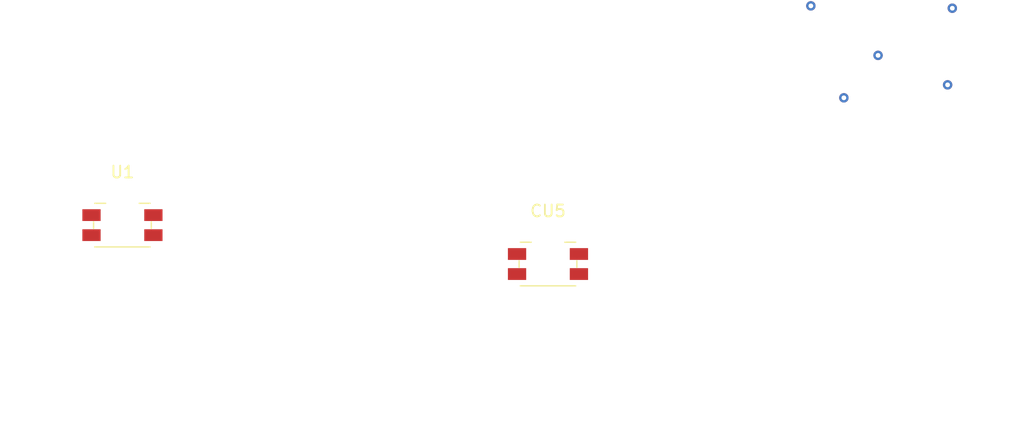
<source format=kicad_pcb>
(kicad_pcb (version 20211014) (generator pcbnew)
  (layers (0 "F.Cu" signal) (31 "B.Cu" signal) (34 "B.Paste" user) (35 "F.Paste" user) (36 "B.SilkS" user "B.Silkscreen") (37 "F.SilkS" user "F.Silkscreen") (38 "B.Mask" user) (39 "F.Mask" user) (44 "Edge.Cuts" user))
  (net 0 "")
  (footprint "Button_Switch_SMD:Panasonic_EVQPUJ_EVQPUA" (layer "F.Cu") (at 115.6 93.9)
    (fp_text reference "CU5" (at 0 -4.5) (layer "F.SilkS"))
    (fp_text value "Panasonic_EVQPUJ_EVQPUA")
    (fp_line (start 2.45 0.275) (end 2.45 -0.275) (layer "F.SilkS") (width 0.12))
    (fp_line (start -2.45 0.275) (end -2.45 -0.275) (layer "F.SilkS") (width 0.12))
    (fp_line (start 2.35 1.85) (end -2.35 1.85) (layer "F.SilkS") (width 0.12))
    (fp_line (start -1.425 -1.85) (end -2.35 -1.85) (layer "F.SilkS") (width 0.12))
    (fp_line (start 2.35 -1.85) (end 1.425 -1.85) (layer "F.SilkS") (width 0.12))
    (pad "1" smd rect (at -2.625 -0.85 180) (size 1.55 1) (layers "F.Cu" "F.Paste" "F.Mask"))
    (pad "1" smd rect (at 2.625 -0.85 180) (size 1.55 1) (layers "F.Cu" "F.Paste" "F.Mask"))
    (pad "2" smd rect (at -2.625 0.85 180) (size 1.55 1) (layers "F.Cu" "F.Paste" "F.Mask"))
    (pad "2" smd rect (at 2.625 0.85 180) (size 1.55 1) (layers "F.Cu" "F.Paste" "F.Mask"))
  )
  (footprint "Button_Switch_SMD:Panasonic_EVQPUJ_EVQPUA" (layer "F.Cu") (at 79.5 90.6)
    (fp_text reference "U1" (at 0 -4.5) (layer "F.SilkS"))
    (fp_text value "Panasonic_EVQPUJ_EVQPUA")
    (fp_line (start 2.45 0.275) (end 2.45 -0.275) (layer "F.SilkS") (width 0.12))
    (fp_line (start -2.45 0.275) (end -2.45 -0.275) (layer "F.SilkS") (width 0.12))
    (fp_line (start 2.35 1.85) (end -2.35 1.85) (layer "F.SilkS") (width 0.12))
    (fp_line (start -1.425 -1.85) (end -2.35 -1.85) (layer "F.SilkS") (width 0.12))
    (fp_line (start 2.35 -1.85) (end 1.425 -1.85) (layer "F.SilkS") (width 0.12))
    (pad "1" smd rect (at -2.625 -0.85 180) (size 1.55 1) (layers "F.Cu" "F.Paste" "F.Mask"))
    (pad "1" smd rect (at 2.625 -0.85 180) (size 1.55 1) (layers "F.Cu" "F.Paste" "F.Mask"))
    (pad "2" smd rect (at -2.625 0.85 180) (size 1.55 1) (layers "F.Cu" "F.Paste" "F.Mask"))
    (pad "2" smd rect (at 2.625 0.85 180) (size 1.55 1) (layers "F.Cu" "F.Paste" "F.Mask"))
  )
  (via (at 143.6 76.2) (size 0.8) (drill 0.4) (layers "F.Cu" "B.Cu") (net 0))
  (via (at 137.9 72) (size 0.8) (drill 0.4) (layers "F.Cu" "B.Cu") (net 0))
  (via (at 149.5 78.7) (size 0.8) (drill 0.4) (layers "F.Cu" "B.Cu") (net 0))
  (via (at 149.9 72.2) (size 0.8) (drill 0.4) (layers "F.Cu" "B.Cu") (net 0))
  (via (at 140.7 79.8) (size 0.8) (drill 0.4) (layers "F.Cu" "B.Cu") (net 0))
)
</source>
